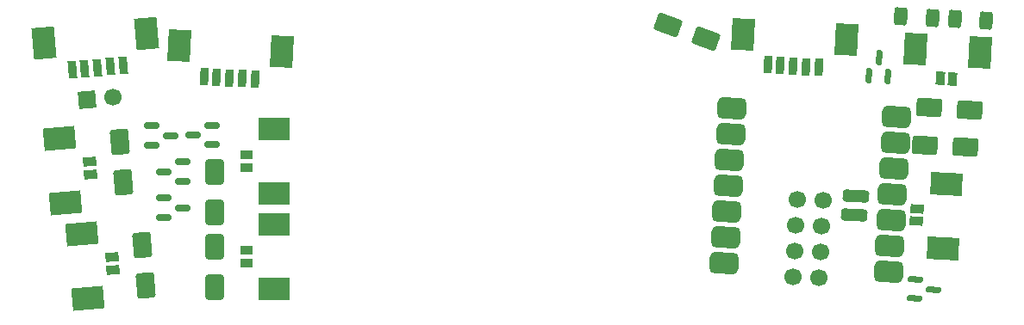
<source format=gbr>
%TF.GenerationSoftware,KiCad,Pcbnew,9.0.1*%
%TF.CreationDate,2025-06-09T02:25:26-04:00*%
%TF.ProjectId,Pneumatactors_1Xiao_3PiezoPumps_6Valves_Curved,506e6575-6d61-4746-9163-746f72735f31,rev?*%
%TF.SameCoordinates,Original*%
%TF.FileFunction,Soldermask,Top*%
%TF.FilePolarity,Negative*%
%FSLAX46Y46*%
G04 Gerber Fmt 4.6, Leading zero omitted, Abs format (unit mm)*
G04 Created by KiCad (PCBNEW 9.0.1) date 2025-06-09 02:25:26*
%MOMM*%
%LPD*%
G01*
G04 APERTURE LIST*
G04 Aperture macros list*
%AMRoundRect*
0 Rectangle with rounded corners*
0 $1 Rounding radius*
0 $2 $3 $4 $5 $6 $7 $8 $9 X,Y pos of 4 corners*
0 Add a 4 corners polygon primitive as box body*
4,1,4,$2,$3,$4,$5,$6,$7,$8,$9,$2,$3,0*
0 Add four circle primitives for the rounded corners*
1,1,$1+$1,$2,$3*
1,1,$1+$1,$4,$5*
1,1,$1+$1,$6,$7*
1,1,$1+$1,$8,$9*
0 Add four rect primitives between the rounded corners*
20,1,$1+$1,$2,$3,$4,$5,0*
20,1,$1+$1,$4,$5,$6,$7,0*
20,1,$1+$1,$6,$7,$8,$9,0*
20,1,$1+$1,$8,$9,$2,$3,0*%
%AMRotRect*
0 Rectangle, with rotation*
0 The origin of the aperture is its center*
0 $1 length*
0 $2 width*
0 $3 Rotation angle, in degrees counterclockwise*
0 Add horizontal line*
21,1,$1,$2,0,0,$3*%
G04 Aperture macros list end*
%ADD10RoundRect,0.150000X-0.594545X-0.119047X0.578844X-0.180542X0.594545X0.119047X-0.578844X0.180542X0*%
%ADD11RoundRect,0.250000X-0.734682X0.939543X-0.560371X-1.052846X0.734682X-0.939543X0.560371X1.052846X0*%
%ADD12R,1.295400X0.889000*%
%ADD13R,3.098800X2.209800*%
%ADD14RoundRect,0.250000X-0.432162X-0.603209X0.366742X-0.645078X0.432162X0.603209X-0.366742X0.645078X0*%
%ADD15RoundRect,0.525400X0.926663X0.477557X-0.871669X0.571803X-0.926663X-0.477557X0.871669X-0.571803X0*%
%ADD16RoundRect,0.300400X-1.014751X-0.247631X0.983307X-0.352345X1.014751X0.247631X-0.983307X0.352345X0*%
%ADD17C,1.700000*%
%ADD18RoundRect,0.250000X1.162006X0.268780X-0.717380X0.952820X-1.162006X-0.268780X0.717380X-0.952820X0*%
%ADD19RotRect,1.700000X1.700000X95.000000*%
%ADD20RoundRect,0.150000X-0.587500X-0.150000X0.587500X-0.150000X0.587500X0.150000X-0.587500X0.150000X0*%
%ADD21RoundRect,0.250000X1.032648X0.596773X-0.964611X0.701445X-1.032648X-0.596773X0.964611X-0.701445X0*%
%ADD22RotRect,0.812800X1.701800X357.000000*%
%ADD23RotRect,2.209800X3.098800X357.000000*%
%ADD24RotRect,0.889000X1.295400X95.000000*%
%ADD25RotRect,2.209800X3.098800X95.000000*%
%ADD26RoundRect,0.150000X0.587500X0.150000X-0.587500X0.150000X-0.587500X-0.150000X0.587500X-0.150000X0*%
%ADD27RotRect,0.889000X1.295400X357.000000*%
%ADD28RoundRect,0.150000X0.119047X-0.594545X0.180542X0.578844X-0.119047X0.594545X-0.180542X-0.578844X0*%
%ADD29RotRect,0.812800X1.701800X5.000000*%
%ADD30RotRect,2.209800X3.098800X5.000000*%
%ADD31RoundRect,0.250000X0.734682X-0.939543X0.560371X1.052846X-0.734682X0.939543X-0.560371X-1.052846X0*%
%ADD32RoundRect,0.250000X-0.650000X1.000000X-0.650000X-1.000000X0.650000X-1.000000X0.650000X1.000000X0*%
%ADD33RotRect,0.889000X1.295400X267.000000*%
%ADD34RotRect,2.209800X3.098800X267.000000*%
G04 APERTURE END LIST*
D10*
%TO.C,Q2*%
X226876327Y-83408172D03*
X226776889Y-85305568D03*
X228699038Y-84455000D03*
%TD*%
D11*
%TO.C,D6*%
X148748187Y-69889610D03*
X149096813Y-73874390D03*
%TD*%
D12*
%TO.C,J4*%
X161150700Y-72441000D03*
X161150700Y-71191000D03*
D13*
X163900700Y-68641000D03*
X163900700Y-74991000D03*
%TD*%
D14*
%TO.C,R1*%
X225476823Y-57565883D03*
X228572575Y-57728125D03*
%TD*%
D15*
%TO.C,U2*%
X224240799Y-82649525D03*
X224373732Y-80113006D03*
X224506666Y-77576487D03*
X224639599Y-75039968D03*
X224772532Y-72503449D03*
X224905466Y-69966930D03*
X225038399Y-67430411D03*
X208895553Y-66584400D03*
X208762619Y-69120919D03*
X208629686Y-71657438D03*
X208496753Y-74193957D03*
X208363819Y-76730476D03*
X208230886Y-79266995D03*
X208097953Y-81803514D03*
D16*
X221014554Y-75232511D03*
X220914854Y-77134901D03*
D17*
X217412134Y-83305038D03*
X214875615Y-83172105D03*
X217545067Y-80768519D03*
X215008548Y-80635586D03*
X217678000Y-78232000D03*
X215141481Y-78099067D03*
X217810934Y-75695481D03*
X215274415Y-75562548D03*
%TD*%
D18*
%TO.C,D1*%
X206349385Y-59739040D03*
X202590615Y-58370960D03*
%TD*%
D19*
%TO.C,J1*%
X145551665Y-65753375D03*
D17*
X148082000Y-65532000D03*
%TD*%
D20*
%TO.C,Q3*%
X151873500Y-68326000D03*
X151873500Y-70226000D03*
X153748500Y-69276000D03*
%TD*%
D21*
%TO.C,D2*%
X232265341Y-66746348D03*
X228270823Y-66537004D03*
%TD*%
D22*
%TO.C,J8*%
X217382709Y-62574937D03*
X216134422Y-62509517D03*
X214886135Y-62444097D03*
X213637848Y-62378678D03*
X212389561Y-62313258D03*
D23*
X209994830Y-59283776D03*
X220080989Y-59812369D03*
%TD*%
D21*
%TO.C,D3*%
X231792082Y-70451676D03*
X227797564Y-70242332D03*
%TD*%
D24*
%TO.C,J7*%
X147983733Y-81245433D03*
X148092678Y-82490676D03*
D25*
X145575389Y-85270651D03*
X145021949Y-78944815D03*
%TD*%
D22*
%TO.C,J9*%
X162003684Y-63737360D03*
X160755397Y-63671939D03*
X159507110Y-63606520D03*
X158258823Y-63541099D03*
X157010536Y-63475680D03*
D23*
X154615806Y-60446198D03*
X164701963Y-60974792D03*
%TD*%
D26*
%TO.C,Q6*%
X154940000Y-73782000D03*
X154940000Y-71882000D03*
X153065000Y-72832000D03*
%TD*%
D14*
%TO.C,R2*%
X230763071Y-57819883D03*
X233858823Y-57982125D03*
%TD*%
D26*
%TO.C,Q5*%
X157812500Y-70160000D03*
X157812500Y-68260000D03*
X155937500Y-69210000D03*
%TD*%
D27*
%TO.C,J2*%
X230568514Y-63736779D03*
X229320227Y-63671359D03*
D23*
X226917646Y-60791671D03*
X233258944Y-61124004D03*
%TD*%
D28*
%TO.C,Q1*%
X222309427Y-63389566D03*
X224206823Y-63489004D03*
X223356255Y-61566855D03*
%TD*%
D29*
%TO.C,J10*%
X149047630Y-62365558D03*
X147802387Y-62474502D03*
X146557144Y-62583448D03*
X145311900Y-62692392D03*
X144066656Y-62801337D03*
D30*
X141273609Y-60134620D03*
X151335179Y-59254347D03*
%TD*%
D31*
%TO.C,D7*%
X151304311Y-84034389D03*
X150955689Y-80049611D03*
%TD*%
D32*
%TO.C,D5*%
X158066500Y-80230000D03*
X158066500Y-84230000D03*
%TD*%
D20*
%TO.C,Q4*%
X153065000Y-75438000D03*
X153065000Y-77338000D03*
X154940000Y-76388000D03*
%TD*%
D12*
%TO.C,J5*%
X161150700Y-81839000D03*
X161150700Y-80589000D03*
D13*
X163900700Y-78039000D03*
X163900700Y-84389000D03*
%TD*%
D32*
%TO.C,D4*%
X158066500Y-72864000D03*
X158066500Y-76864000D03*
%TD*%
D33*
%TO.C,J3*%
X227007048Y-77724695D03*
X227072468Y-76476408D03*
D34*
X229952156Y-74073827D03*
X229619823Y-80415125D03*
%TD*%
D24*
%TO.C,J6*%
X145796000Y-71847433D03*
X145904944Y-73092676D03*
D25*
X143387656Y-75872651D03*
X142834216Y-69546815D03*
%TD*%
M02*

</source>
